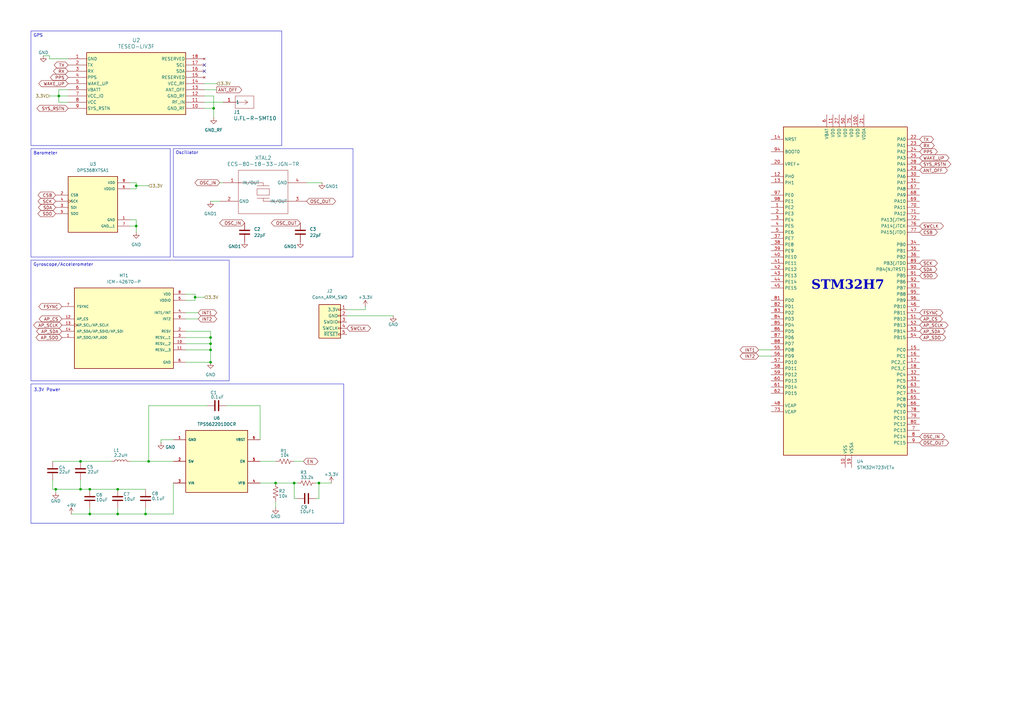
<source format=kicad_sch>
(kicad_sch (version 20250114) (generator "eeschema") (generator_version "9.0")
  (paper "A3")
  (lib_symbols
    (symbol "DPS368XTSA1:DPS368XTSA1" (pin_names (offset 1.016))
      (property "Reference" "U" (at -10.16 10.922 0))
      (property "Value" "DPS368XTSA1" (at -10.16 -15.24 0))
      (symbol "DPS368XTSA1_0_0"
        (rectangle (start -10.16 -12.7) (end 10.16 10.16) (stroke (width 0.254)) (fill (type background)))
        (pin input line (at -15.24 2.54 0) (length 5.08) (name "CSB") (number "2"))
        (pin input clock (at -15.24 0 0) (length 5.08) (name "SCK") (number "4"))
        (pin input line (at -15.24 -2.54 0) (length 5.08) (name "SDI") (number "3"))
        (pin output line (at -15.24 -5.08 0) (length 5.08) (name "SDO") (number "5"))
        (pin power_in line (at 15.24 7.62 180) (length 5.08) (name "VDD") (number "8"))
        (pin power_in line (at 15.24 5.08 180) (length 5.08) (name "VDDIO") (number "6"))
        (pin power_in line (at 15.24 -7.62 180) (length 5.08) (name "GND") (number "1"))
        (pin power_in line (at 15.24 -10.16 180) (length 5.08) (name "GND__1") (number "7"))
      )
    )
    (symbol "Device:C" (pin_numbers (hide yes)) (pin_names (offset 0.254))
      (property "Reference" "C" (at 0.635 2.54 0))
      (property "Value" "C" (at 0.635 -2.54 0))
      (symbol "C_0_1"
        (polyline (pts (xy -2.032 0.762) (xy 2.032 0.762)) (stroke (width 0.508)))
        (polyline (pts (xy -2.032 -0.762) (xy 2.032 -0.762)) (stroke (width 0.508)))
      )
      (symbol "C_1_1"
        (pin passive line (at 0 3.81 270) (length 2.794) (name "~") (number "1"))
        (pin passive line (at 0 -3.81 90) (length 2.794) (name "~") (number "2"))
      )
    )
    (symbol "Device:L" (pin_numbers (hide yes)) (pin_names (offset 1.016) (hide yes))
      (property "Reference" "L" (at -1.27 0 90))
      (property "Value" "L" (at 1.905 0 90))
      (symbol "L_0_1"
        (arc (start 0 2.54) (mid 0.6323 1.905) (end 0 1.27))
        (arc (start 0 1.27) (mid 0.6323 0.635) (end 0 0))
        (arc (start 0 0) (mid 0.6323 -0.635) (end 0 -1.27))
        (arc (start 0 -1.27) (mid 0.6323 -1.905) (end 0 -2.54))
      )
      (symbol "L_1_1"
        (pin passive line (at 0 3.81 270) (length 1.27) (name "1") (number "1"))
        (pin passive line (at 0 -3.81 90) (length 1.27) (name "2") (number "2"))
      )
    )
    (symbol "Device:R_US" (pin_numbers (hide yes)) (pin_names (offset 0))
      (property "Reference" "R" (at 2.54 0 90))
      (property "Value" "R_US" (at -2.54 0 90))
      (symbol "R_US_0_1"
        (polyline (pts (xy 0 2.286) (xy 0 2.54)))
        (polyline (pts (xy 0 2.286) (xy 1.016 1.905) (xy 0 1.524) (xy -1.016 1.143) (xy 0 0.762)))
        (polyline (pts (xy 0 0.762) (xy 1.016 0.381) (xy 0 0) (xy -1.016 -0.381) (xy 0 -0.762)))
        (polyline (pts (xy 0 -0.762) (xy 1.016 -1.143) (xy 0 -1.524) (xy -1.016 -1.905) (xy 0 -2.286)))
        (polyline (pts (xy 0 -2.286) (xy 0 -2.54)))
      )
      (symbol "R_US_1_1"
        (pin passive line (at 0 3.81 270) (length 1.27) (name "~") (number "1"))
        (pin passive line (at 0 -3.81 90) (length 1.27) (name "~") (number "2"))
      )
    )
    (symbol "ECS-80-18-33-JGN-TR_1" (pin_names (offset 0.254))
      (property "Reference" "XTAL" (at 17.78 10.16 0))
      (property "Value" "ECS-80-18-33-JGN-TR" (at 19.558 7.62 0))
      (symbol "ECS-80-18-33-JGN-TR_1_0_1"
        (polyline (pts (xy 7.62 5.08) (xy 7.62 -12.7)) (stroke (width 0.127)))
        (polyline (pts (xy 7.62 0) (xy 17.78 0)) (stroke (width 0.127)))
        (polyline (pts (xy 7.62 -12.7) (xy 27.94 -12.7)) (stroke (width 0.127)))
        (polyline (pts (xy 15.24 -1.27) (xy 20.32 -1.27)) (stroke (width 0.127)))
        (polyline (pts (xy 15.24 -2.54) (xy 15.24 -5.08)) (stroke (width 0.127)))
        (polyline (pts (xy 15.24 -2.54) (xy 20.32 -2.54)) (stroke (width 0.127)))
        (polyline (pts (xy 15.24 -5.08) (xy 20.32 -5.08)) (stroke (width 0.127)))
        (polyline (pts (xy 15.24 -6.35) (xy 20.32 -6.35)) (stroke (width 0.127)))
        (polyline (pts (xy 17.78 -1.27) (xy 17.78 0)) (stroke (width 0.127)))
        (polyline (pts (xy 17.78 -7.62) (xy 17.78 -6.35)) (stroke (width 0.127)))
        (polyline (pts (xy 20.32 -5.08) (xy 20.32 -2.54)) (stroke (width 0.127)))
        (polyline (pts (xy 27.94 5.08) (xy 7.62 5.08)) (stroke (width 0.127)))
        (polyline (pts (xy 27.94 -7.62) (xy 17.78 -7.62)) (stroke (width 0.127)))
        (polyline (pts (xy 27.94 -12.7) (xy 27.94 5.08)) (stroke (width 0.127)))
        (pin power_out line (at 0 -7.62 0) (length 7.62) (name "GND") (number "2"))
        (pin bidirectional line (at 1.27 0 0) (length 7.62) (name "IN/OUT") (number "1"))
      )
      (symbol "ECS-80-18-33-JGN-TR_1_1_1"
        (pin power_out line (at 35.56 0 180) (length 7.62) (name "GND") (number "4"))
        (pin bidirectional line (at 35.56 -7.62 180) (length 7.62) (name "IN/OUT") (number "3"))
      )
    )
    (symbol "ICM-42670-P:ICM-42670-P" (pin_names (offset 1.016))
      (property "Reference" "MT" (at -20.32 13.97 0))
      (property "Value" "ICM-42670-P" (at -20.32 -22.86 0))
      (symbol "ICM-42670-P_0_0"
        (rectangle (start -20.32 -20.32) (end 20.32 12.7) (stroke (width 0.254)) (fill (type background)))
        (pin input line (at -25.4 5.08 0) (length 5.08) (name "FSYNC") (number "7"))
        (pin input line (at -25.4 0 0) (length 5.08) (name "AP_CS") (number "12"))
        (pin input clock (at -25.4 -2.54 0) (length 5.08) (name "AP_SCL/AP_SCLK") (number "13"))
        (pin bidirectional line (at -25.4 -5.08 0) (length 5.08) (name "AP_SDA/AP_SDIO/AP_SDI") (number "14"))
        (pin bidirectional line (at -25.4 -7.62 0) (length 5.08) (name "AP_SDO/AP_AD0") (number "1"))
        (pin power_in line (at 25.4 10.16 180) (length 5.08) (name "VDD") (number "8"))
        (pin power_in line (at 25.4 7.62 180) (length 5.08) (name "VDDIO") (number "5"))
        (pin output line (at 25.4 2.54 180) (length 5.08) (name "INT1/INT") (number "4"))
        (pin output line (at 25.4 0 180) (length 5.08) (name "INT2") (number "9"))
        (pin passive line (at 25.4 -5.08 180) (length 5.08) (name "RESV") (number "2"))
        (pin passive line (at 25.4 -7.62 180) (length 5.08) (name "RESV__1") (number "3"))
        (pin passive line (at 25.4 -10.16 180) (length 5.08) (name "RESV__2") (number "10"))
        (pin passive line (at 25.4 -12.7 180) (length 5.08) (name "RESV__3") (number "11"))
        (pin power_in line (at 25.4 -17.78 180) (length 5.08) (name "GND") (number "6"))
      )
    )
    (symbol "MCU_ST_STM32H7:STM32H723VETx"
      (property "Reference" "U" (at -25.4 69.85 0))
      (property "Value" "STM32H723VETx" (at 10.16 69.85 0))
      (symbol "STM32H723VETx_0_1"
        (rectangle (start -25.4 -66.04) (end 25.4 68.58) (stroke (width 0.254)) (fill (type background)))
      )
      (symbol "STM32H723VETx_1_1"
        (pin input line (at -30.48 63.5 0) (length 5.08) (name "NRST") (number "14"))
        (pin input line (at -30.48 58.42 0) (length 5.08) (name "BOOT0") (number "94"))
        (pin input line (at -30.48 53.34 0) (length 5.08) (name "VREF+") (number "20"))
        (pin bidirectional line (at -30.48 48.26 0) (length 5.08) (name "PH0") (number "12"))
        (pin bidirectional line (at -30.48 45.72 0) (length 5.08) (name "PH1") (number "13"))
        (pin bidirectional line (at -30.48 40.64 0) (length 5.08) (name "PE0") (number "97"))
        (pin bidirectional line (at -30.48 38.1 0) (length 5.08) (name "PE1") (number "98"))
        (pin bidirectional line (at -30.48 35.56 0) (length 5.08) (name "PE2") (number "1"))
        (pin bidirectional line (at -30.48 33.02 0) (length 5.08) (name "PE3") (number "2"))
        (pin bidirectional line (at -30.48 30.48 0) (length 5.08) (name "PE4") (number "3"))
        (pin bidirectional line (at -30.48 27.94 0) (length 5.08) (name "PE5") (number "4"))
        (pin bidirectional line (at -30.48 25.4 0) (length 5.08) (name "PE6") (number "5"))
        (pin bidirectional line (at -30.48 22.86 0) (length 5.08) (name "PE7") (number "37"))
        (pin bidirectional line (at -30.48 20.32 0) (length 5.08) (name "PE8") (number "38"))
        (pin bidirectional line (at -30.48 17.78 0) (length 5.08) (name "PE9") (number "39"))
        (pin bidirectional line (at -30.48 15.24 0) (length 5.08) (name "PE10") (number "40"))
        (pin bidirectional line (at -30.48 12.7 0) (length 5.08) (name "PE11") (number "41"))
        (pin bidirectional line (at -30.48 10.16 0) (length 5.08) (name "PE12") (number "42"))
        (pin bidirectional line (at -30.48 7.62 0) (length 5.08) (name "PE13") (number "43"))
        (pin bidirectional line (at -30.48 5.08 0) (length 5.08) (name "PE14") (number "44"))
        (pin bidirectional line (at -30.48 2.54 0) (length 5.08) (name "PE15") (number "45"))
        (pin bidirectional line (at -30.48 -2.54 0) (length 5.08) (name "PD0") (number "81"))
        (pin bidirectional line (at -30.48 -5.08 0) (length 5.08) (name "PD1") (number "82"))
        (pin bidirectional line (at -30.48 -7.62 0) (length 5.08) (name "PD2") (number "83"))
        (pin bidirectional line (at -30.48 -10.16 0) (length 5.08) (name "PD3") (number "84"))
        (pin bidirectional line (at -30.48 -12.7 0) (length 5.08) (name "PD4") (number "85"))
        (pin bidirectional line (at -30.48 -15.24 0) (length 5.08) (name "PD5") (number "86"))
        (pin bidirectional line (at -30.48 -17.78 0) (length 5.08) (name "PD6") (number "87"))
        (pin bidirectional line (at -30.48 -20.32 0) (length 5.08) (name "PD7") (number "88"))
        (pin bidirectional line (at -30.48 -22.86 0) (length 5.08) (name "PD8") (number "55"))
        (pin bidirectional line (at -30.48 -25.4 0) (length 5.08) (name "PD9") (number "56"))
        (pin bidirectional line (at -30.48 -27.94 0) (length 5.08) (name "PD10") (number "57"))
        (pin bidirectional line (at -30.48 -30.48 0) (length 5.08) (name "PD11") (number "58"))
        (pin bidirectional line (at -30.48 -33.02 0) (length 5.08) (name "PD12") (number "59"))
        (pin bidirectional line (at -30.48 -35.56 0) (length 5.08) (name "PD13") (number "60"))
        (pin bidirectional line (at -30.48 -38.1 0) (length 5.08) (name "PD14") (number "61"))
        (pin bidirectional line (at -30.48 -40.64 0) (length 5.08) (name "PD15") (number "62"))
        (pin power_out line (at -30.48 -45.72 0) (length 5.08) (name "VCAP") (number "48"))
        (pin power_out line (at -30.48 -48.26 0) (length 5.08) (name "VCAP") (number "73"))
        (pin power_in line (at -7.62 73.66 270) (length 5.08) (name "VBAT") (number "6"))
        (pin power_in line (at -5.08 73.66 270) (length 5.08) (name "VDD") (number "11"))
        (pin power_in line (at -2.54 73.66 270) (length 5.08) (name "VDD") (number "27"))
        (pin power_in line (at 0 73.66 270) (length 5.08) (name "VDD") (number "50"))
        (pin power_in line (at 0 -71.12 90) (length 5.08) (name "VSS") (number "10"))
        (pin passive line (at 0 -71.12 90) (length 5.08) (hide yes) (name "VSS") (number "26"))
        (pin passive line (at 0 -71.12 90) (length 5.08) (hide yes) (name "VSS") (number "49"))
        (pin passive line (at 0 -71.12 90) (length 5.08) (hide yes) (name "VSS") (number "74"))
        (pin passive line (at 0 -71.12 90) (length 5.08) (hide yes) (name "VSS") (number "99"))
        (pin power_in line (at 2.54 73.66 270) (length 5.08) (name "VDD") (number "75"))
        (pin power_in line (at 2.54 -71.12 90) (length 5.08) (name "VSSA") (number "19"))
        (pin power_in line (at 5.08 73.66 270) (length 5.08) (name "VDD") (number "100"))
        (pin power_in line (at 7.62 73.66 270) (length 5.08) (name "VDDA") (number "21"))
        (pin bidirectional line (at 30.48 63.5 180) (length 5.08) (name "PA0") (number "22"))
        (pin bidirectional line (at 30.48 60.96 180) (length 5.08) (name "PA1") (number "23"))
        (pin bidirectional line (at 30.48 58.42 180) (length 5.08) (name "PA2") (number "24"))
        (pin bidirectional line (at 30.48 55.88 180) (length 5.08) (name "PA3") (number "25"))
        (pin bidirectional line (at 30.48 53.34 180) (length 5.08) (name "PA4") (number "28"))
        (pin bidirectional line (at 30.48 50.8 180) (length 5.08) (name "PA5") (number "29"))
        (pin bidirectional line (at 30.48 48.26 180) (length 5.08) (name "PA6") (number "30"))
        (pin bidirectional line (at 30.48 45.72 180) (length 5.08) (name "PA7") (number "31"))
        (pin bidirectional line (at 30.48 43.18 180) (length 5.08) (name "PA8") (number "67"))
        (pin bidirectional line (at 30.48 40.64 180) (length 5.08) (name "PA9") (number "68"))
        (pin bidirectional line (at 30.48 38.1 180) (length 5.08) (name "PA10") (number "69"))
        (pin bidirectional line (at 30.48 35.56 180) (length 5.08) (name "PA11") (number "70"))
        (pin bidirectional line (at 30.48 33.02 180) (length 5.08) (name "PA12") (number "71"))
        (pin bidirectional line (at 30.48 30.48 180) (length 5.08) (name "PA13(JTMS") (number "72"))
        (pin bidirectional line (at 30.48 27.94 180) (length 5.08) (name "PA14(JTCK") (number "76"))
        (pin bidirectional line (at 30.48 25.4 180) (length 5.08) (name "PA15(JTDI)") (number "77"))
        (pin bidirectional line (at 30.48 20.32 180) (length 5.08) (name "PB0") (number "34"))
        (pin bidirectional line (at 30.48 17.78 180) (length 5.08) (name "PB1") (number "35"))
        (pin bidirectional line (at 30.48 15.24 180) (length 5.08) (name "PB2") (number "36"))
        (pin bidirectional line (at 30.48 12.7 180) (length 5.08) (name "PB3(JTDO") (number "89"))
        (pin bidirectional line (at 30.48 10.16 180) (length 5.08) (name "PB4(NJTRST)") (number "90"))
        (pin bidirectional line (at 30.48 7.62 180) (length 5.08) (name "PB5") (number "91"))
        (pin bidirectional line (at 30.48 5.08 180) (length 5.08) (name "PB6") (number "92"))
        (pin bidirectional line (at 30.48 2.54 180) (length 5.08) (name "PB7") (number "93"))
        (pin bidirectional line (at 30.48 0 180) (length 5.08) (name "PB8") (number "95"))
        (pin bidirectional line (at 30.48 -2.54 180) (length 5.08) (name "PB9") (number "96"))
        (pin bidirectional line (at 30.48 -5.08 180) (length 5.08) (name "PB10") (number "46"))
        (pin bidirectional line (at 30.48 -7.62 180) (length 5.08) (name "PB11") (number "47"))
        (pin bidirectional line (at 30.48 -10.16 180) (length 5.08) (name "PB12") (number "51"))
        (pin bidirectional line (at 30.48 -12.7 180) (length 5.08) (name "PB13") (number "52"))
        (pin bidirectional line (at 30.48 -15.24 180) (length 5.08) (name "PB14") (number "53"))
        (pin bidirectional line (at 30.48 -17.78 180) (length 5.08) (name "PB15") (number "54"))
        (pin bidirectional line (at 30.48 -22.86 180) (length 5.08) (name "PC0") (number "15"))
        (pin bidirectional line (at 30.48 -25.4 180) (length 5.08) (name "PC1") (number "16"))
        (pin bidirectional line (at 30.48 -27.94 180) (length 5.08) (name "PC2_C") (number "17"))
        (pin bidirectional line (at 30.48 -30.48 180) (length 5.08) (name "PC3_C") (number "18"))
        (pin bidirectional line (at 30.48 -33.02 180) (length 5.08) (name "PC4") (number "32"))
        (pin bidirectional line (at 30.48 -35.56 180) (length 5.08) (name "PC5") (number "33"))
        (pin bidirectional line (at 30.48 -38.1 180) (length 5.08) (name "PC6") (number "63"))
        (pin bidirectional line (at 30.48 -40.64 180) (length 5.08) (name "PC7") (number "64"))
        (pin bidirectional line (at 30.48 -43.18 180) (length 5.08) (name "PC8") (number "65"))
        (pin bidirectional line (at 30.48 -45.72 180) (length 5.08) (name "PC9") (number "66"))
        (pin bidirectional line (at 30.48 -48.26 180) (length 5.08) (name "PC10") (number "78"))
        (pin bidirectional line (at 30.48 -50.8 180) (length 5.08) (name "PC11") (number "79"))
        (pin bidirectional line (at 30.48 -53.34 180) (length 5.08) (name "PC12") (number "80"))
        (pin bidirectional line (at 30.48 -55.88 180) (length 5.08) (name "PC13") (number "7"))
        (pin bidirectional line (at 30.48 -58.42 180) (length 5.08) (name "PC14") (number "8"))
        (pin bidirectional line (at 30.48 -60.96 180) (length 5.08) (name "PC15") (number "9"))
      )
    )
    (symbol "SWD:Conn_ARM_JTAG_SWD_10" (pin_names (offset 1.016))
      (property "Reference" "J" (at 0.762 15.748 0))
      (property "Value" "Conn_ARM_SWD" (at 0.762 13.208 0))
      (symbol "Conn_ARM_JTAG_SWD_10_0_1"
        (rectangle (start -13.97 10.922) (end -5.08 -2.794) (stroke (width 0.254)) (fill (type background)))
        (rectangle (start -6.096 6.604) (end -5.08 6.096))
        (rectangle (start -6.096 3.556) (end -5.08 4.064))
        (rectangle (start -6.096 -1.016) (end -5.08 -1.524))
        (rectangle (start -5.08 9.144) (end -6.096 8.636))
        (rectangle (start -5.08 1.016) (end -6.096 1.524))
      )
      (symbol "Conn_ARM_JTAG_SWD_10_1_1"
        (pin power_in line (at -2.54 8.89 180) (length 2.54) (name "3.3V") (number "1"))
        (pin power_in line (at -2.54 6.35 180) (length 2.54) (name "GND") (number "2"))
        (pin output line (at -2.54 3.81 180) (length 2.54) (name "SWDIO") (number "3"))
        (pin bidirectional line (at -2.54 1.27 180) (length 2.54) (name "SWCLK") (number "4"))
        (pin open_collector line (at -2.54 -1.27 180) (length 2.54) (name "~{RESET}") (number "5"))
      )
    )
    (symbol "TESEO-LIV3F:TESEO-LIV3F" (pin_names (offset 0.254))
      (property "Reference" "U" (at 27.94 10.16 0))
      (property "Value" "TESEO-LIV3F" (at 27.94 7.62 0))
      (symbol "TESEO-LIV3F_0_1"
        (pin power_out line (at 0 0 0) (length 7.62) (name "GND") (number "1"))
        (pin output line (at 0 -2.54 0) (length 7.62) (name "TX") (number "2"))
        (pin input line (at 0 -5.08 0) (length 7.62) (name "RX") (number "3"))
        (pin output line (at 0 -7.62 0) (length 7.62) (name "PPS") (number "4"))
        (pin input line (at 0 -10.16 0) (length 7.62) (name "WAKE_UP") (number "5"))
        (pin power_in line (at 0 -12.7 0) (length 7.62) (name "VBATT") (number "6"))
        (pin power_in line (at 0 -15.24 0) (length 7.62) (name "VCC_IO") (number "7"))
        (pin power_in line (at 0 -17.78 0) (length 7.62) (name "VCC") (number "8"))
        (pin input line (at 0 -20.32 0) (length 7.62) (name "SYS_RSTN") (number "9"))
        (pin no_connect line (at 55.88 0 180) (length 7.62) (name "RESERVED") (number "18"))
        (pin bidirectional line (at 55.88 -2.54 180) (length 7.62) (name "SCL") (number "17"))
        (pin bidirectional line (at 55.88 -5.08 180) (length 7.62) (name "SDA") (number "16"))
        (pin no_connect line (at 55.88 -7.62 180) (length 7.62) (name "RESERVED") (number "15"))
        (pin output line (at 55.88 -10.16 180) (length 7.62) (name "VCC_RF") (number "14"))
        (pin output line (at 55.88 -12.7 180) (length 7.62) (name "ANT_OFF") (number "13"))
        (pin power_out line (at 55.88 -15.24 180) (length 7.62) (name "GND_RF") (number "12"))
        (pin input line (at 55.88 -17.78 180) (length 7.62) (name "RF_IN") (number "11"))
        (pin power_out line (at 55.88 -20.32 180) (length 7.62) (name "GND_RF") (number "10"))
      )
      (symbol "TESEO-LIV3F_1_1"
        (rectangle (start 7.62 2.54) (end 48.26 -22.86) (stroke (width 0.254)) (fill (type background)))
      )
    )
    (symbol "TPS562201DDCR_1" (pin_names (offset 1.016))
      (property "Reference" "U" (at -12.7 13.7 0))
      (property "Value" "TPS562201DDCR" (at -12.7 -16.7 0))
      (symbol "TPS562201DDCR_1_0_0"
        (rectangle (start -12.7 12.7) (end 12.7 -12.7) (stroke (width 0.254)) (fill (type background)))
        (pin power_in line (at -17.78 8.89 0) (length 5.08) (name "GND") (number "1"))
        (pin bidirectional line (at -17.78 0 0) (length 5.08) (name "SW") (number "2"))
        (pin power_in line (at -17.78 -8.89 0) (length 5.08) (name "VIN") (number "3"))
        (pin input line (at 17.78 8.89 180) (length 5.08) (name "VBST") (number "6"))
        (pin input line (at 17.78 0 180) (length 5.08) (name "EN") (number "5"))
        (pin input line (at 17.78 -8.89 180) (length 5.08) (name "VFB") (number "4"))
      )
    )
    (symbol "U.FL_CONN_v.UL:U.FL-R-SMT10" (pin_names (offset 0.254))
      (property "Reference" "J" (at 8.89 4.318 0))
      (property "Value" "U.FL-R-SMT10" (at 0.254 9.144 0))
      (symbol "U.FL-R-SMT10_1_1"
        (polyline (pts (xy 5.08 2.54) (xy 5.08 -2.54)) (stroke (width 0.127)))
        (polyline (pts (xy 5.08 -2.54) (xy 12.7 -2.54)) (stroke (width 0.127)))
        (polyline (pts (xy 10.16 0) (xy 5.08 0)) (stroke (width 0.127)))
        (polyline (pts (xy 10.16 0) (xy 8.89 0.8467)) (stroke (width 0.127)))
        (polyline (pts (xy 10.16 0) (xy 8.89 -0.8467)) (stroke (width 0.127)))
        (polyline (pts (xy 12.7 2.54) (xy 5.08 2.54)) (stroke (width 0.127)))
        (polyline (pts (xy 12.7 -2.54) (xy 12.7 2.54)) (stroke (width 0.127)))
        (pin unspecified line (at 0 0 0) (length 5.08) (name "1") (number "1"))
      )
      (symbol "U.FL-R-SMT10_1_2"
        (polyline (pts (xy 5.08 2.54) (xy 5.08 -2.54)) (stroke (width 0.127)))
        (polyline (pts (xy 5.08 -2.54) (xy 12.7 -2.54)) (stroke (width 0.127)))
        (polyline (pts (xy 7.62 0) (xy 5.08 0)) (stroke (width 0.127)))
        (polyline (pts (xy 7.62 0) (xy 8.89 0.8467)) (stroke (width 0.127)))
        (polyline (pts (xy 7.62 0) (xy 8.89 -0.8467)) (stroke (width 0.127)))
        (polyline (pts (xy 12.7 2.54) (xy 5.08 2.54)) (stroke (width 0.127)))
        (polyline (pts (xy 12.7 -2.54) (xy 12.7 2.54)) (stroke (width 0.127)))
        (pin unspecified line (at 0 0 0) (length 5.08) (name "1") (number "1"))
      )
    )
    (symbol "power:+3.3V" (power) (pin_numbers (hide yes)) (pin_names (offset 0) (hide yes))
      (property "Value" "+3.3V" (at 0 3.556 0))
      (symbol "+3.3V_0_1"
        (polyline (pts (xy -0.762 1.27) (xy 0 2.54)))
        (polyline (pts (xy 0 2.54) (xy 0.762 1.27)))
        (polyline (pts (xy 0 0) (xy 0 2.54)))
      )
      (symbol "+3.3V_1_1"
        (pin power_in line (at 0 0 90) (length 0) (name "~") (number "1"))
      )
    )
    (symbol "power:+9V" (power) (pin_numbers (hide yes)) (pin_names (offset 0) (hide yes))
      (property "Value" "+9V" (at 0 3.556 0))
      (symbol "+9V_0_1"
        (polyline (pts (xy -0.762 1.27) (xy 0 2.54)))
        (polyline (pts (xy 0 2.54) (xy 0.762 1.27)))
        (polyline (pts (xy 0 0) (xy 0 2.54)))
      )
      (symbol "+9V_1_1"
        (pin power_in line (at 0 0 90) (length 0) (name "~") (number "1"))
      )
    )
    (symbol "power:GND" (power) (pin_numbers (hide yes)) (pin_names (offset 0) (hide yes))
      (property "Value" "GND" (at 0 -3.81 0))
      (symbol "GND_0_1"
        (polyline (pts (xy 0 0) (xy 0 -1.27) (xy 1.27 -1.27) (xy 0 -2.54) (xy -1.27 -1.27) (xy 0 -1.27)))
      )
      (symbol "GND_1_1"
        (pin power_in line (at 0 0 270) (length 0) (name "~") (number "1"))
      )
    )
    (symbol "power:GND1" (power) (pin_numbers (hide yes)) (pin_names (offset 0) (hide yes))
      (property "Value" "GND1" (at 0 -3.81 0))
      (symbol "GND1_0_1"
        (polyline (pts (xy 0 0) (xy 0 -1.27) (xy 1.27 -1.27) (xy 0 -2.54) (xy -1.27 -1.27) (xy 0 -1.27)))
      )
      (symbol "GND1_1_1"
        (pin power_in line (at 0 0 270) (length 0) (name "~") (number "1"))
      )
    )
  )
  (rectangle (start 71.12 60.96) (end 144.78 105.41))
  (rectangle (start 12.7 157.48) (end 140.97 214.63))
  (text "3.3V Power\n" (at 19.304 160.02 0) (effects (font (size 1.27 1.27))))
  (text "STM32H7" (at 347.726 118.11 0) (effects (font (size 3.81 3.81) (bold yes))))
  (text "Oscillator\n" (at 76.708 62.738 0) (effects (font (size 1.27 1.27))))
  (text_box "GPS\n" (at 12.7 12.7 0) (size 102.87 46.99) (margins 0.9525 0.9525 0.9525 0.9525) (effects (font (size 1.27 1.27)) (justify left top)))
  (text_box "Barometer\n" (at 12.7 60.96 0) (size 57.15 44.45) (margins 0.9525 0.9525 0.9525 0.9525) (effects (font (size 1.27 1.27)) (justify left top)))
  (text_box "Gyroscope/Accelerometer\n" (at 12.7 106.68 0) (size 81.28 49.53) (margins 0.9525 0.9525 0.9525 0.9525) (effects (font (size 1.27 1.27)) (justify left top)))
  (junction (at 130.81 198.12))
  (junction (at 113.03 198.12))
  (junction (at 55.88 92.71))
  (junction (at 59.69 210.82))
  (junction (at 80.01 121.92))
  (junction (at 120.65 198.12))
  (junction (at 22.86 200.66))
  (junction (at 60.96 189.23))
  (junction (at 24.13 39.37))
  (junction (at 87.63 44.45))
  (junction (at 33.02 189.23))
  (junction (at 48.26 200.66))
  (junction (at 33.02 200.66))
  (junction (at 36.83 210.82))
  (junction (at 48.26 210.82))
  (junction (at 86.36 138.43))
  (junction (at 86.36 148.59))
  (junction (at 36.83 200.66))
  (junction (at 86.36 143.51))
  (junction (at 55.88 76.2))
  (junction (at 86.36 140.97))
  (no_connect (at 83.82 29.21))
  (no_connect (at 83.82 26.67))
  (wire (pts (xy 76.2 138.43) (xy 86.36 138.43)))
  (wire (pts (xy 83.82 44.45) (xy 87.63 44.45)))
  (wire (pts (xy 106.68 180.34) (xy 106.68 166.37)))
  (wire (pts (xy 53.34 74.93) (xy 55.88 74.93)))
  (wire (pts (xy 83.82 39.37) (xy 87.63 39.37)))
  (wire (pts (xy 86.36 140.97) (xy 86.36 143.51)))
  (wire (pts (xy 106.68 198.12) (xy 113.03 198.12)))
  (wire (pts (xy 20.32 24.13) (xy 27.94 24.13)))
  (wire (pts (xy 66.04 180.34) (xy 66.04 181.61)))
  (wire (pts (xy 59.69 208.28) (xy 59.69 210.82)))
  (wire (pts (xy 76.2 123.19) (xy 80.01 123.19)))
  (wire (pts (xy 80.01 121.92) (xy 83.82 121.92)))
  (wire (pts (xy 21.59 200.66) (xy 22.86 200.66)))
  (wire (pts (xy 22.86 200.66) (xy 33.02 200.66)))
  (wire (pts (xy 149.86 127) (xy 149.86 125.73)))
  (wire (pts (xy 36.83 210.82) (xy 48.26 210.82)))
  (wire (pts (xy 33.02 200.66) (xy 36.83 200.66)))
  (wire (pts (xy 83.82 41.91) (xy 91.44 41.91)))
  (wire (pts (xy 55.88 92.71) (xy 55.88 95.25)))
  (wire (pts (xy 48.26 200.66) (xy 59.69 200.66)))
  (wire (pts (xy 142.24 127) (xy 149.86 127)))
  (wire (pts (xy 125.73 74.93) (xy 132.08 74.93)))
  (wire (pts (xy 86.36 82.55) (xy 90.17 82.55)))
  (wire (pts (xy 24.13 41.91) (xy 27.94 41.91)))
  (wire (pts (xy 76.2 148.59) (xy 86.36 148.59)))
  (wire (pts (xy 71.12 180.34) (xy 66.04 180.34)))
  (wire (pts (xy 120.65 189.23) (xy 124.46 189.23)))
  (wire (pts (xy 24.13 39.37) (xy 27.94 39.37)))
  (wire (pts (xy 55.88 77.47) (xy 55.88 76.2)))
  (wire (pts (xy 21.59 189.23) (xy 33.02 189.23)))
  (wire (pts (xy 106.68 189.23) (xy 113.03 189.23)))
  (wire (pts (xy 24.13 39.37) (xy 24.13 41.91)))
  (wire (pts (xy 53.34 90.17) (xy 55.88 90.17)))
  (wire (pts (xy 76.2 130.81) (xy 81.28 130.81)))
  (wire (pts (xy 20.32 22.86) (xy 20.32 24.13)))
  (wire (pts (xy 120.65 198.12) (xy 120.65 204.47)))
  (wire (pts (xy 83.82 36.83) (xy 88.9 36.83)))
  (wire (pts (xy 76.2 128.27) (xy 81.28 128.27)))
  (wire (pts (xy 113.03 198.12) (xy 120.65 198.12)))
  (wire (pts (xy 130.81 204.47) (xy 130.81 198.12)))
  (wire (pts (xy 53.34 92.71) (xy 55.88 92.71)))
  (wire (pts (xy 33.02 189.23) (xy 45.72 189.23)))
  (wire (pts (xy 85.09 166.37) (xy 60.96 166.37)))
  (wire (pts (xy 90.17 74.93) (xy 91.44 74.93)))
  (wire (pts (xy 129.54 198.12) (xy 130.81 198.12)))
  (wire (pts (xy 71.12 210.82) (xy 59.69 210.82)))
  (wire (pts (xy 142.24 129.54) (xy 161.29 129.54)))
  (wire (pts (xy 76.2 135.89) (xy 86.36 135.89)))
  (wire (pts (xy 86.36 143.51) (xy 86.36 148.59)))
  (wire (pts (xy 24.13 39.37) (xy 24.13 36.83)))
  (wire (pts (xy 76.2 120.65) (xy 80.01 120.65)))
  (wire (pts (xy 311.15 146.05) (xy 316.23 146.05)))
  (wire (pts (xy 20.32 39.37) (xy 24.13 39.37)))
  (wire (pts (xy 55.88 76.2) (xy 60.96 76.2)))
  (wire (pts (xy 120.65 198.12) (xy 121.92 198.12)))
  (wire (pts (xy 33.02 196.85) (xy 33.02 200.66)))
  (wire (pts (xy 48.26 208.28) (xy 48.26 210.82)))
  (wire (pts (xy 48.26 210.82) (xy 59.69 210.82)))
  (wire (pts (xy 130.81 198.12) (xy 135.89 198.12)))
  (wire (pts (xy 22.86 200.66) (xy 22.86 201.93)))
  (wire (pts (xy 55.88 74.93) (xy 55.88 76.2)))
  (wire (pts (xy 86.36 135.89) (xy 86.36 138.43)))
  (wire (pts (xy 60.96 166.37) (xy 60.96 189.23)))
  (wire (pts (xy 60.96 189.23) (xy 71.12 189.23)))
  (wire (pts (xy 129.54 204.47) (xy 130.81 204.47)))
  (wire (pts (xy 29.21 210.82) (xy 36.83 210.82)))
  (wire (pts (xy 17.78 22.86) (xy 20.32 22.86)))
  (wire (pts (xy 87.63 44.45) (xy 87.63 48.26)))
  (wire (pts (xy 53.34 77.47) (xy 55.88 77.47)))
  (wire (pts (xy 113.03 205.74) (xy 113.03 208.28)))
  (wire (pts (xy 24.13 36.83) (xy 27.94 36.83)))
  (wire (pts (xy 311.15 143.51) (xy 316.23 143.51)))
  (wire (pts (xy 21.59 196.85) (xy 21.59 200.66)))
  (wire (pts (xy 36.83 208.28) (xy 36.83 210.82)))
  (wire (pts (xy 86.36 138.43) (xy 86.36 140.97)))
  (wire (pts (xy 121.92 204.47) (xy 120.65 204.47)))
  (wire (pts (xy 83.82 34.29) (xy 88.9 34.29)))
  (wire (pts (xy 55.88 90.17) (xy 55.88 92.71)))
  (wire (pts (xy 71.12 198.12) (xy 71.12 210.82)))
  (wire (pts (xy 106.68 166.37) (xy 92.71 166.37)))
  (wire (pts (xy 76.2 140.97) (xy 86.36 140.97)))
  (wire (pts (xy 80.01 123.19) (xy 80.01 121.92)))
  (wire (pts (xy 87.63 39.37) (xy 87.63 44.45)))
  (wire (pts (xy 53.34 189.23) (xy 60.96 189.23)))
  (wire (pts (xy 76.2 143.51) (xy 86.36 143.51)))
  (wire (pts (xy 80.01 120.65) (xy 80.01 121.92)))
  (wire (pts (xy 36.83 200.66) (xy 48.26 200.66)))
  (global_label "CSB" (shape bidirectional) (at 22.86 80.01 180) (property "Intersheetrefs" "${INTERSHEET_REFS}" (effects (hide yes))))
  (global_label "INT2" (shape bidirectional) (at 311.15 146.05 180) (property "Intersheetrefs" "${INTERSHEET_REFS}" (effects (hide yes))))
  (global_label "AP_CS" (shape bidirectional) (at 25.4 130.81 180) (property "Intersheetrefs" "${INTERSHEET_REFS}" (effects (hide yes))))
  (global_label "SDA" (shape bidirectional) (at 377.19 110.49 0) (property "Intersheetrefs" "${INTERSHEET_REFS}" (effects (hide yes))))
  (global_label "ANT_OFF" (shape output) (at 88.9 36.83 0) (property "Intersheetrefs" "${INTERSHEET_REFS}" (effects (hide yes))))
  (global_label "SDO" (shape bidirectional) (at 22.86 87.63 180) (property "Intersheetrefs" "${INTERSHEET_REFS}" (effects (hide yes))))
  (global_label "FSYNC" (shape bidirectional) (at 377.19 128.27 0) (property "Intersheetrefs" "${INTERSHEET_REFS}" (effects (hide yes))))
  (global_label "INT1" (shape bidirectional) (at 311.15 143.51 180) (property "Intersheetrefs" "${INTERSHEET_REFS}" (effects (hide yes))))
  (global_label "SCK" (shape bidirectional) (at 377.19 107.95 0) (property "Intersheetrefs" "${INTERSHEET_REFS}" (effects (hide yes))))
  (global_label "OSC_OUT" (shape bidirectional) (at 377.19 181.61 0) (property "Intersheetrefs" "${INTERSHEET_REFS}" (effects (hide yes))))
  (global_label "PPS" (shape bidirectional) (at 27.94 31.75 180) (property "Intersheetrefs" "${INTERSHEET_REFS}" (effects (hide yes))))
  (global_label "ANT_OFF" (shape bidirectional) (at 377.19 69.85 0) (property "Intersheetrefs" "${INTERSHEET_REFS}" (effects (hide yes))))
  (global_label "OSC_OUT" (shape bidirectional) (at 123.19 91.44 180) (property "Intersheetrefs" "${INTERSHEET_REFS}" (effects (hide yes))))
  (global_label "WAKE_UP" (shape bidirectional) (at 377.19 64.77 0) (property "Intersheetrefs" "${INTERSHEET_REFS}" (effects (hide yes))))
  (global_label "OSC_OUT" (shape bidirectional) (at 125.73 82.55 0) (property "Intersheetrefs" "${INTERSHEET_REFS}" (effects (hide yes))))
  (global_label "SWCLK" (shape bidirectional) (at 142.24 134.62 0) (property "Intersheetrefs" "${INTERSHEET_REFS}" (effects (hide yes))))
  (global_label "AP_SCLK" (shape bidirectional) (at 377.19 133.35 0) (property "Intersheetrefs" "${INTERSHEET_REFS}" (effects (hide yes))))
  (global_label "PPS" (shape bidirectional) (at 377.19 62.23 0) (property "Intersheetrefs" "${INTERSHEET_REFS}" (effects (hide yes))))
  (global_label "FSYNC" (shape bidirectional) (at 25.4 125.73 180) (property "Intersheetrefs" "${INTERSHEET_REFS}" (effects (hide yes))))
  (global_label "CSB" (shape bidirectional) (at 377.19 95.25 0) (property "Intersheetrefs" "${INTERSHEET_REFS}" (effects (hide yes))))
  (global_label "AP_SDA" (shape bidirectional) (at 25.4 135.89 180) (property "Intersheetrefs" "${INTERSHEET_REFS}" (effects (hide yes))))
  (global_label "SDA" (shape bidirectional) (at 22.86 85.09 180) (property "Intersheetrefs" "${INTERSHEET_REFS}" (effects (hide yes))))
  (global_label "TX" (shape bidirectional) (at 377.19 57.15 0) (property "Intersheetrefs" "${INTERSHEET_REFS}" (effects (hide yes))))
  (global_label "AP_SDO" (shape bidirectional) (at 25.4 138.43 180) (property "Intersheetrefs" "${INTERSHEET_REFS}" (effects (hide yes))))
  (global_label "AP_SCLK" (shape bidirectional) (at 25.4 133.35 180) (property "Intersheetrefs" "${INTERSHEET_REFS}" (effects (hide yes))))
  (global_label "INT1" (shape bidirectional) (at 81.28 128.27 0) (property "Intersheetrefs" "${INTERSHEET_REFS}" (effects (hide yes))))
  (global_label "SYS_RSTN" (shape bidirectional) (at 27.94 44.45 180) (property "Intersheetrefs" "${INTERSHEET_REFS}" (effects (hide yes))))
  (global_label "RX" (shape bidirectional) (at 377.19 59.69 0) (property "Intersheetrefs" "${INTERSHEET_REFS}" (effects (hide yes))))
  (global_label "SCK" (shape bidirectional) (at 22.86 82.55 180) (property "Intersheetrefs" "${INTERSHEET_REFS}" (effects (hide yes))))
  (global_label "RX" (shape bidirectional) (at 27.94 29.21 180) (property "Intersheetrefs" "${INTERSHEET_REFS}" (effects (hide yes))))
  (global_label "AP_CS" (shape bidirectional) (at 377.19 130.81 0) (property "Intersheetrefs" "${INTERSHEET_REFS}" (effects (hide yes))))
  (global_label "SDO" (shape bidirectional) (at 377.19 113.03 0) (property "Intersheetrefs" "${INTERSHEET_REFS}" (effects (hide yes))))
  (global_label "EN" (shape bidirectional) (at 124.46 189.23 0) (property "Intersheetrefs" "${INTERSHEET_REFS}" (effects (hide yes))))
  (global_label "OSC_IN" (shape bidirectional) (at 377.19 179.07 0) (property "Intersheetrefs" "${INTERSHEET_REFS}" (effects (hide yes))))
  (global_label "AP_SDO" (shape bidirectional) (at 377.19 138.43 0) (property "Intersheetrefs" "${INTERSHEET_REFS}" (effects (hide yes))))
  (global_label "OSC_IN" (shape bidirectional) (at 90.17 74.93 180) (property "Intersheetrefs" "${INTERSHEET_REFS}" (effects (hide yes))))
  (global_label "SYS_RSTN" (shape bidirectional) (at 377.19 67.31 0) (property "Intersheetrefs" "${INTERSHEET_REFS}" (effects (hide yes))))
  (global_label "WAKE_UP" (shape bidirectional) (at 27.94 34.29 180) (property "Intersheetrefs" "${INTERSHEET_REFS}" (effects (hide yes))))
  (global_label "OSC_IN" (shape bidirectional) (at 100.33 91.44 180) (property "Intersheetrefs" "${INTERSHEET_REFS}" (effects (hide yes))))
  (global_label "SWCLK" (shape bidirectional) (at 377.19 92.71 0) (property "Intersheetrefs" "${INTERSHEET_REFS}" (effects (hide yes))))
  (global_label "TX" (shape bidirectional) (at 27.94 26.67 180) (property "Intersheetrefs" "${INTERSHEET_REFS}" (effects (hide yes))))
  (global_label "AP_SDA" (shape bidirectional) (at 377.19 135.89 0) (property "Intersheetrefs" "${INTERSHEET_REFS}" (effects (hide yes))))
  (global_label "INT2" (shape bidirectional) (at 81.28 130.81 0) (property "Intersheetrefs" "${INTERSHEET_REFS}" (effects (hide yes))))
  (hierarchical_label "3.3V" (shape input) (at 20.32 39.37 180))
  (hierarchical_label "3.3V" (shape input) (at 83.82 121.92 0))
  (hierarchical_label "3.3V" (shape input) (at 88.9 34.29 0))
  (hierarchical_label "3.3V" (shape input) (at 60.96 76.2 0))
  (symbol (lib_id "Device:C") (at 123.19 95.25 180) (unit 1)
    (property "Reference" "C3" (at 127 93.9799 0) (effects (justify right)))
    (property "Value" "22pF" (at 127 96.5199 0) (effects (justify right)))
    (property "Footprint" "Library:0.22Cap" (effects (hide yes)))
    (property "Description" "Unpolarized capacitor" (effects (hide yes)))
  )
  (symbol (lib_id "power:GND1") (at 132.08 74.93 0) (unit 1)
    (property "Reference" "#PWR05" (effects (hide yes)))
    (property "Value" "GND1" (at 136.144 76.454 0))
    (property "Description" "Power symbol creates a global label with name \"GND1\" , ground" (effects (hide yes)))
  )
  (symbol (lib_id "power:GND") (at 66.04 181.61 0) (unit 1)
    (property "Reference" "#PWR09" (effects (hide yes)))
    (property "Value" "GND" (at 69.85 183.388 0))
    (property "Description" "Power symbol creates a global label with name \"GND\" , ground" (effects (hide yes)))
  )
  (symbol (lib_id "Device:C") (at 125.73 204.47 90) (unit 1)
    (property "Reference" "10uF1" (at 125.984 209.804 90))
    (property "Value" "C9" (at 124.714 208.026 90))
    (property "Description" "Unpolarized capacitor" (effects (hide yes)))
  )
  (symbol (lib_id "ICM-42670-P:ICM-42670-P") (at 50.8 130.81 0) (unit 1)
    (property "Reference" "MT1" (at 50.8 113.03 0))
    (property "Value" "ICM-42670-P" (at 50.8 115.57 0))
    (property "Footprint" "Library:XDCR_ICM-42670-P" (effects (hide yes)))
    (property "Datasheet" "kicad-embed://ds-000451_icm-42670-p-datasheet.pdf" (effects (hide yes)))
    (property "Description" "Accelerometer/Gyroscope" (effects (hide yes)))
    (property "PARTREV" "1.1" (effects (hide yes)))
    (property "STANDARD" "Manufacturer Recommendations" (effects (hide yes)))
    (property "MAXIMUM_PACKAGE_HEIGHT" "0.81 mm" (effects (hide yes)))
    (property "MANUFACTURER" "TDK InvenSense" (effects (hide yes)))
  )
  (symbol (lib_id "Device:C") (at 48.26 204.47 0) (unit 1)
    (property "Reference" "C7" (at 50.546 202.692 0) (effects (justify left)))
    (property "Value" "10uF" (at 50.8 204.724 0) (effects (justify left)))
    (property "Description" "Unpolarized capacitor" (effects (hide yes)))
  )
  (symbol (lib_id "power:GND1") (at 100.33 99.06 0) (unit 1)
    (property "Reference" "#PWR07" (effects (hide yes)))
    (property "Value" "GND1" (at 96.266 101.092 0))
    (property "Description" "Power symbol creates a global label with name \"GND1\" , ground" (effects (hide yes)))
  )
  (symbol (lib_id "power:GND1") (at 86.36 82.55 0) (unit 1)
    (property "Reference" "#PWR06" (effects (hide yes)))
    (property "Value" "GND1" (at 86.36 87.63 0))
    (property "Description" "Power symbol creates a global label with name \"GND1\" , ground" (effects (hide yes)))
  )
  (symbol (lib_id "Device:R_US") (at 125.73 198.12 270) (unit 1)
    (property "Reference" "R3" (at 124.46 193.802 90))
    (property "Value" "33.2k" (at 125.984 195.834 90))
    (property "Description" "Resistor, US symbol" (effects (hide yes)))
  )
  (symbol (lib_id "power:GND") (at 17.78 22.86 0) (unit 1)
    (property "Reference" "#PWR03" (effects (hide yes)))
    (property "Value" "GND" (at 15.748 21.59 0) (effects (justify left)))
    (property "Description" "Power symbol creates a global label with name \"GND\" , ground" (effects (hide yes)))
  )
  (symbol (lib_id "power:+3.3V") (at 149.86 125.73 0) (unit 1)
    (property "Reference" "#PWR014" (effects (hide yes)))
    (property "Value" "+3.3V" (at 149.86 121.92 0))
    (property "Description" "Power symbol creates a global label with name \"+3.3V\"" (effects (hide yes)))
  )
  (symbol (lib_id "power:+3.3V") (at 135.89 198.12 0) (unit 1)
    (property "Reference" "#PWR013" (effects (hide yes)))
    (property "Value" "+3.3V" (at 135.89 194.564 0))
    (property "Description" "Power symbol creates a global label with name \"+3.3V\"" (effects (hide yes)))
  )
  (symbol (lib_name "ECS-80-18-33-JGN-TR_1") (lib_id "Crystal:ECS-80-18-33-JGN-TR") (at 90.17 74.93 0) (unit 1)
    (property "Reference" "XTAL2" (at 107.95 64.77 0) (effects (font (size 1.524 1.524))))
    (property "Value" "ECS-80-18-33-JGN-TR" (at 107.95 67.31 0) (effects (font (size 1.524 1.524))))
    (property "Footprint" "Library:Crystal" (effects (hide yes)))
    (property "Datasheet" "ECS-80-18-33-JGN-TR" (effects (hide yes)))
  )
  (symbol (lib_id "power:GND1") (at 123.19 99.06 0) (unit 1)
    (property "Reference" "#PWR08" (effects (hide yes)))
    (property "Value" "GND1" (at 119.126 101.092 0))
    (property "Description" "Power symbol creates a global label with name \"GND1\" , ground" (effects (hide yes)))
  )
  (symbol (lib_id "SWD:Conn_ARM_JTAG_SWD_10") (at 144.78 135.89 0) (unit 1)
    (property "Reference" "J2" (at 135.255 119.38 0))
    (property "Value" "Conn_ARM_SWD" (at 135.255 121.92 0))
    (property "Footprint" "Connector_PinHeader_1.27mm:PinHeader_1x05_P1.27mm_Vertical" (effects (hide yes)))
    (property "Datasheet" "http://infocenter.arm.com/help/topic/com.arm.doc.ddi0314h/DDI0314H_coresight_components_trm.pdf" (effects (hide yes)))
    (property "Description" "Cortex Debug Connector, standard ARM Cortex-M SWD and JTAG interface" (effects (hide yes)))
  )
  (symbol (lib_id "Device:C") (at 88.9 166.37 90) (unit 1)
    (property "Reference" "C1" (at 87.63 161.036 90))
    (property "Value" "0.1uF" (at 89.154 162.814 90))
    (property "Description" "Unpolarized capacitor" (effects (hide yes)))
  )
  (symbol (lib_id "Device:C") (at 33.02 193.04 0) (unit 1)
    (property "Reference" "C5" (at 35.56 191.516 0) (effects (justify left)))
    (property "Value" "22uF" (at 35.814 193.548 0) (effects (justify left)))
    (property "Description" "Unpolarized capacitor" (effects (hide yes)))
  )
  (symbol (lib_id "power:+9V") (at 29.21 210.82 0) (unit 1)
    (property "Reference" "#PWR011" (effects (hide yes)))
    (property "Value" "+9V" (at 29.21 207.264 0))
    (property "Description" "Power symbol creates a global label with name \"+9V\"" (effects (hide yes)))
  )
  (symbol (lib_id "Device:L") (at 49.53 189.23 90) (unit 1)
    (property "Reference" "L1" (at 47.752 184.658 90))
    (property "Value" "2.2uH" (at 49.53 186.69 90))
    (property "Description" "Inductor" (effects (hide yes)))
  )
  (symbol (lib_name "TPS562201DDCR_1") (lib_id "3.3Buck:TPS562201DDCR") (at 88.9 189.23 0) (unit 1)
    (property "Reference" "U6" (at 88.9 171.45 0))
    (property "Value" "TPS562201DDCR" (at 88.9 173.99 0))
    (property "Footprint" "TPS562201DDCR:SOT95P280X110-6N" (effects (hide yes)))
    (property "PARTREV" "A" (effects (hide yes)))
    (property "STANDARD" "IPC-7351B" (effects (hide yes)))
    (property "MAXIMUM_PACKAGE_HEIGHT" "1.10 mm" (effects (hide yes)))
    (property "MANUFACTURER" "Texas Instruments" (effects (hide yes)))
  )
  (symbol (lib_id "Device:R_US") (at 113.03 201.93 180) (unit 1)
    (property "Reference" "R2" (at 114.3 201.422 0) (effects (justify right)))
    (property "Value" "10k" (at 114.3 203.454 0) (effects (justify right)))
    (property "Description" "Resistor, US symbol" (effects (hide yes)))
  )
  (symbol (lib_id "MCU_ST_STM32H7:STM32H723VETx") (at 346.71 120.65 0) (unit 1)
    (property "Reference" "U4" (at 351.3933 189.23 0) (effects (justify left)))
    (property "Value" "STM32H723VETx" (at 351.3933 191.77 0) (effects (justify left)))
    (property "Footprint" "Package_QFP:LQFP-100_14x14mm_P0.5mm" (effects (hide yes)))
    (property "Datasheet" "https://www.st.com/resource/en/datasheet/stm32h723ve.pdf" (effects (hide yes)))
    (property "Description" "STMicroelectronics Arm Cortex-M7 MCU, 512KB flash, 564KB RAM, 550 MHz, 1.71-3.6V, 82 GPIO, LQFP100" (effects (hide yes)))
  )
  (symbol (lib_id "Device:C") (at 100.33 95.25 180) (unit 1)
    (property "Reference" "C2" (at 104.14 93.9799 0) (effects (justify right)))
    (property "Value" "22pF" (at 104.14 96.5199 0) (effects (justify right)))
    (property "Footprint" "Library:0.22Cap" (effects (hide yes)))
    (property "Description" "Unpolarized capacitor" (effects (hide yes)))
  )
  (symbol (lib_id "power:GND") (at 22.86 201.93 0) (unit 1)
    (property "Reference" "#PWR010" (effects (hide yes)))
    (property "Value" "GND" (at 22.86 205.486 0))
    (property "Description" "Power symbol creates a global label with name \"GND\" , ground" (effects (hide yes)))
  )
  (symbol (lib_id "power:GND1") (at 87.63 48.26 0) (unit 1)
    (property "Reference" "#PWR04" (effects (hide yes)))
    (property "Value" "GND_RF" (at 87.63 53.34 0))
    (property "Description" "Power symbol creates a global label with name \"GND1\" , ground" (effects (hide yes)))
  )
  (symbol (lib_id "Device:C") (at 59.69 204.47 0) (unit 1)
    (property "Reference" "C8" (at 62.23 202.438 0) (effects (justify left)))
    (property "Value" "0.1uF" (at 62.23 204.47 0) (effects (justify left)))
    (property "Description" "Unpolarized capacitor" (effects (hide yes)))
  )
  (symbol (lib_id "Device:R_US") (at 116.84 189.23 90) (unit 1)
    (property "Reference" "R1" (at 116.332 184.912 90))
    (property "Value" "10k" (at 116.84 186.69 90))
    (property "Description" "Resistor, US symbol" (effects (hide yes)))
  )
  (symbol (lib_id "power:GND") (at 86.36 148.59 0) (unit 1)
    (property "Reference" "#PWR02" (effects (hide yes)))
    (property "Value" "GND" (at 86.36 153.67 0))
    (property "Description" "Power symbol creates a global label with name \"GND\" , ground" (effects (hide yes)))
  )
  (symbol (lib_id "Device:C") (at 21.59 193.04 0) (unit 1)
    (property "Reference" "C4" (at 24.13 191.77 0) (effects (justify left)))
    (property "Value" "22uF" (at 24.13 193.548 0) (effects (justify left)))
    (property "Description" "Unpolarized capacitor" (effects (hide yes)))
  )
  (symbol (lib_id "U.FL_CONN_v.UL:U.FL-R-SMT10") (at 91.44 41.91 0) (unit 1)
    (property "Reference" "J1" (at 95.758 45.974 0) (effects (font (size 1.524 1.524)) (justify left)))
    (property "Value" "U.FL-R-SMT10" (at 95.758 48.514 0) (effects (font (size 1.524 1.524)) (justify left)))
    (property "Footprint" "Library:U.FL_CONN_v.UL" (effects (hide yes)))
    (property "Datasheet" "U.FL-R-SMT10" (effects (hide yes)))
  )
  (symbol (lib_id "power:GND") (at 55.88 95.25 0) (unit 1)
    (property "Reference" "#PWR01" (effects (hide yes)))
    (property "Value" "GND" (at 55.88 100.33 0))
    (property "Description" "Power symbol creates a global label with name \"GND\" , ground" (effects (hide yes)))
  )
  (symbol (lib_id "Device:C") (at 36.83 204.47 0) (unit 1)
    (property "Reference" "C6" (at 39.37 202.946 0) (effects (justify left)))
    (property "Value" "10uF" (at 39.37 204.978 0) (effects (justify left)))
    (property "Description" "Unpolarized capacitor" (effects (hide yes)))
  )
  (symbol (lib_id "TESEO-LIV3F:TESEO-LIV3F") (at 27.94 24.13 0) (unit 1)
    (property "Reference" "U2" (at 55.88 16.51 0) (effects (font (size 1.524 1.524))))
    (property "Value" "TESEO-LIV3F" (at 55.88 19.05 0) (effects (font (size 1.524 1.524))))
    (property "Footprint" "Library:TESEO-LIV3F" (effects (hide yes)))
    (property "Datasheet" "TESEO-LIV3F" (effects (hide yes)))
  )
  (symbol (lib_id "DPS368XTSA1:DPS368XTSA1") (at 38.1 82.55 0) (unit 1) (in_bom no)
    (property "Reference" "U3" (at 38.1 67.31 0))
    (property "Value" "DPS368XTSA1" (at 38.1 69.85 0))
    (property "Footprint" "Library:XDCR_DPS368XTSA1" (effects (hide yes)))
    (property "MF" "Infineon Technologies" (effects (hide yes)))
    (property "DESCRIPTION" "Package dimensions: 8-pin LGA, 2.0 x 2.5 x 1.1 mm3 | Operation range: Pressure: 3001200 hPa Temperature: -4085C | Precision: 0.002 hPa _or 0.02 m_ | Rel. accuracy: 0.06 hPa _or 0.5 m_ | Abs. accuracy: 1 hPa _or 8 m_ | Temperature accuracy: 0.5C | Avg. current consumption: 1.7 A_pressure measurement_ @1Hzsampling rate, standby: 0.5 A. | Integrated FIFO | Interface: I2C and SPI_both with optional interrupt_" (effects (hide yes)))
    (property "PACKAGE" "VFLGA-8 Infineon Technologies" (effects (hide yes)))
    (property "PRICE" "None" (effects (hide yes)))
    (property "MP" "DPS368XTSA1" (effects (hide yes)))
    (property "AVAILABILITY" "Unavailable" (effects (hide yes)))
  )
  (symbol (lib_id "power:GND") (at 113.03 208.28 0) (unit 1)
    (property "Reference" "#PWR012" (effects (hide yes)))
    (property "Value" "GND" (at 113.03 211.836 0))
    (property "Description" "Power symbol creates a global label with name \"GND\" , ground" (effects (hide yes)))
  )
  (symbol (lib_id "power:GND") (at 161.29 129.54 0) (unit 1)
    (property "Reference" "#PWR015" (effects (hide yes)))
    (property "Value" "GND" (at 161.29 133.096 0))
    (property "Description" "Power symbol creates a global label with name \"GND\" , ground" (effects (hide yes)))
  )
)
</source>
